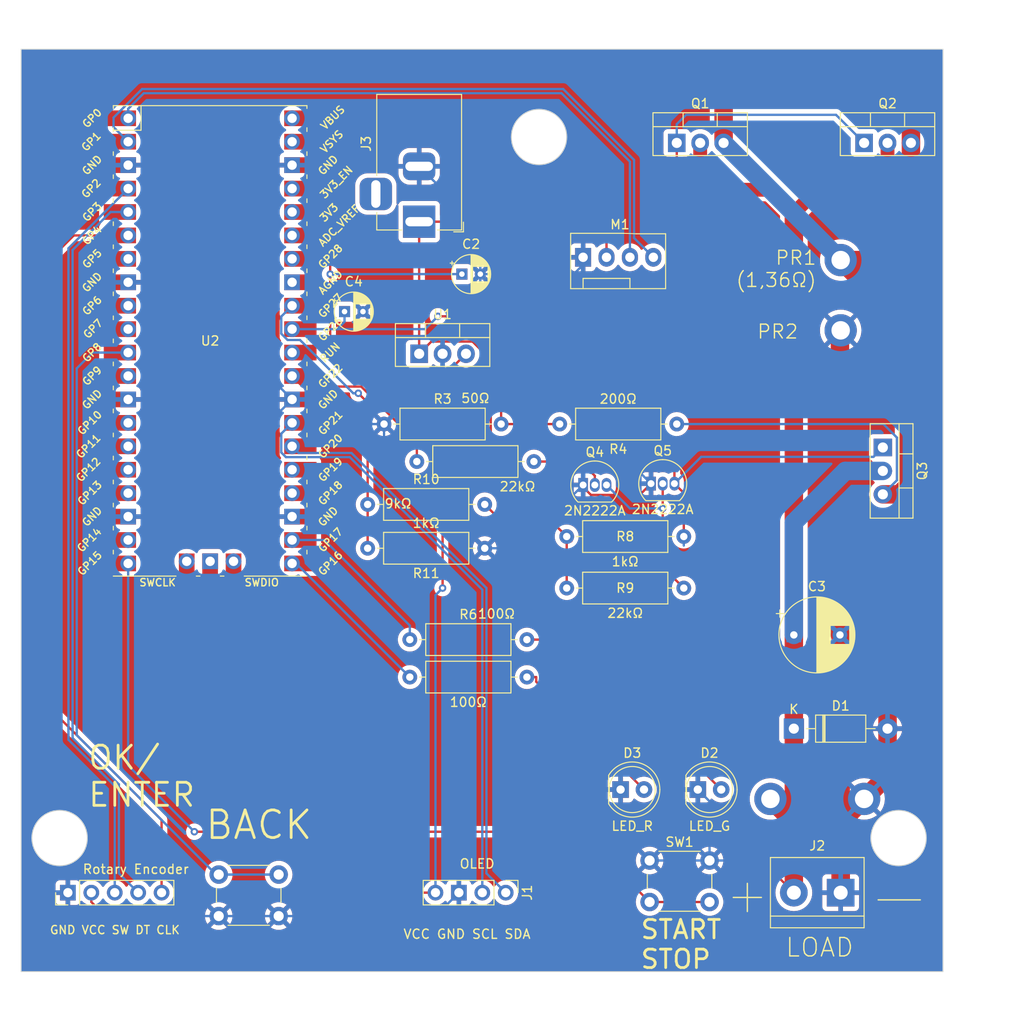
<source format=kicad_pcb>
(kicad_pcb (version 20221018) (generator pcbnew)
  (layers (0 "F.Cu" signal) (31 "B.Cu" signal) (34 "B.Paste" user) (35 "F.Paste" user) (36 "B.SilkS" user "B.Silkscreen") (37 "F.SilkS" user "F.Silkscreen") (38 "B.Mask" user) (39 "F.Mask" user) (44 "Edge.Cuts" user))
  (net 0 "")
  (net 1 "Net-(Q1-G)")
  (net 2 "Net-(J5-Pin_1)")
  (net 3 "Net-(D1-K)")
  (net 4 "GND")
  (net 5 "Net-(J1-Pin_1)")
  (net 6 "Net-(J1-Pin_2)")
  (net 7 "+5V")
  (net 8 "+12V")
  (net 9 "Net-(M1-Tacho)")
  (net 10 "Net-(M1-PWM)")
  (net 11 "Net-(U2-GPIO26_ADC0)")
  (net 12 "Net-(U2-GPIO8)")
  (net 21 "Net-(D2-A)")
  (net 22 "Net-(D3-A)")
  (net 23 "Net-(U2-GPIO16)")
  (net 27 "ADC1")
  (net 38 "Net-(J8-Pin_5)")
  (net 39 "Net-(J8-Pin_4)")
  (net 40 "Net-(J8-Pin_3)")
  (net 41 "Net-(U2-GPIO17)")
  (net 42 "Net-(U2-GPIO15)")
  (net 43 "Net-(Q4-B)")
  (net 44 "Net-(Q4-C)")
  (net 45 "Net-(U2-GPIO22)")
  (footprint "Resistor_THT:R_Axial_DIN0309_L9.0mm_D3.2mm_P12.70mm_Horizontal" (layer "F.Cu") (at 154.94 71.12 180)
    (fp_text reference "R4")
    (fp_text value "200Ω")
  )
  (footprint "Button_Switch_THT:SW_PUSH_6mm" (layer "F.Cu") (at 151.996 118.436)
    (fp_text reference "SW1")
    (fp_text value "ON OFF" hide)
  )
  (footprint "LED_THT:LED_D5.0mm" (layer "F.Cu") (at 148.844 110.744)
    (fp_text reference "D3")
    (fp_text value "LED_R")
  )
  (footprint "Resistor_THT:R_Axial_DIN0309_L9.0mm_D3.2mm_P12.70mm_Horizontal" (layer "F.Cu") (at 143.002 88.9)
    (fp_text reference "R9")
    (fp_text value "22kΩ")
  )
  (footprint "LED_THT:LED_D5.0mm" (layer "F.Cu") (at 157.221 110.744)
    (fp_text reference "D2")
    (fp_text value "LED_G")
  )
  (footprint "Resistor_THT:R_Axial_DIN0309_L9.0mm_D3.2mm_P12.70mm_Horizontal" (layer "F.Cu") (at 126.746 75.184)
    (fp_text reference "R7" hide)
    (fp_text value "22kΩ")
  )
  (footprint "Connector_Pin:Pin_D1.3mm_L11.0mm" (layer "F.Cu") (at 172.72 53.34)
    (fp_text reference "J5" hide)
    (fp_text value "Conn_01x01" hide)
  )
  (footprint "Resistor_THT:R_Axial_DIN0309_L9.0mm_D3.2mm_P12.70mm_Horizontal" (layer "F.Cu") (at 123.19 71.12)
    (fp_text reference "R3")
    (fp_text value "50Ω")
  )
  (footprint "Connector_Pin:Pin_D1.3mm_L11.0mm" (layer "F.Cu") (at 175.26 111.76)
    (fp_text reference "J4" hide)
    (fp_text value "Conn_01x01" hide)
  )
  (footprint "Resistor_THT:R_Axial_DIN0309_L9.0mm_D3.2mm_P12.70mm_Horizontal" (layer "F.Cu") (at 125.984 94.488)
    (fp_text reference "R6")
    (fp_text value "100Ω")
  )
  (footprint "Resistor_THT:R_Axial_DIN0309_L9.0mm_D3.2mm_P12.70mm_Horizontal" (layer "F.Cu") (at 121.412 79.832)
    (fp_text reference "R10")
    (fp_text value "9kΩ")
  )
  (footprint "Package_TO_SOT_THT:TO-220-3_Vertical" (layer "F.Cu") (at 177.292 73.66 -90)
    (fp_text reference "Q3")
    (fp_text value "IRFZ440N")
  )
  (footprint "Package_TO_SOT_THT:TO-220-3_Vertical" (layer "F.Cu") (at 154.94 40.64)
    (fp_text reference "Q1")
    (fp_text value "IRFZ440N")
  )
  (footprint "Connector_PinHeader_2.54mm:PinHeader_1x05_P2.54mm_Vertical" (layer "F.Cu") (at 88.9 121.92 90)
    (fp_text reference "J8" hide)
    (fp_text value "Rotary Encoder")
  )
  (footprint "MCU_RaspberryPi_and_Boards:RPi_Pico_SMD_TH" (layer "F.Cu") (at 104.325 62.1)
    (fp_text reference "U2")
    (fp_text value "Raspberry Pi Pico")
  )
  (footprint "Connector:FanPinHeader_1x04_P2.54mm_Vertical" (layer "F.Cu") (at 144.78 53.04)
    (fp_text reference "M1")
    (fp_text value "Fan")
  )
  (footprint "Connector_Pin:Pin_D1.3mm_L11.0mm" (layer "F.Cu") (at 165.1 111.76)
    (fp_text reference "J7" hide)
    (fp_text value "Conn_01x01" hide)
  )
  (footprint "Package_TO_SOT_THT:TO-92_Inline" (layer "F.Cu") (at 152.146 77.576)
    (fp_text reference "Q5")
    (fp_text value "2N2222A")
  )
  (footprint "Button_Switch_THT:SW_PUSH_6mm" (layer "F.Cu") (at 105.26 119.96)
    (fp_text reference "SW2" hide)
    (fp_text value "Back Button" hide)
  )
  (footprint "Connector_BarrelJack:BarrelJack_Horizontal" (layer "F.Cu") (at 127 49.18 -90)
    (fp_text reference "J3")
    (fp_text value "DC Barrel 9-14V")
  )
  (footprint "Capacitor_THT:CP_Radial_D8.0mm_P5.00mm" (layer "F.Cu") (at 167.64 93.98)
    (fp_text reference "C3")
    (fp_text value "1000µF")
  )
  (footprint "Capacitor_THT:CP_Radial_D4.0mm_P2.00mm" (layer "F.Cu") (at 118.904 58.928)
    (fp_text reference "C4")
    (fp_text value "10µF")
  )
  (footprint "Connector_PinHeader_2.54mm:PinHeader_1x04_P2.54mm_Vertical" (layer "F.Cu") (at 136.388 121.92 -90)
    (fp_text reference "J1")
    (fp_text value "Conn_01x04" hide)
  )
  (footprint "Resistor_THT:R_Axial_DIN0309_L9.0mm_D3.2mm_P12.70mm_Horizontal" (layer "F.Cu") (at 125.984 98.552)
    (fp_text reference "R5" hide)
    (fp_text value "100Ω")
  )
  (footprint "Connector_Pin:Pin_D1.3mm_L11.0mm" (layer "F.Cu") (at 172.72 60.96)
    (fp_text reference "J6" hide)
    (fp_text value "Conn_01x01" hide)
  )
  (footprint "Package_TO_SOT_THT:TO-220-3_Vertical" (layer "F.Cu") (at 175.26 40.64)
    (fp_text reference "Q2")
    (fp_text value "IRFZ440N")
  )
  (footprint "Diode_THT:D_DO-41_SOD81_P10.16mm_Horizontal" (layer "F.Cu") (at 167.64 104.14)
    (fp_text reference "D1")
    (fp_text value "1N4001")
  )
  (footprint "TerminalBlock:TerminalBlock_bornier-2_P5.08mm" (layer "F.Cu") (at 167.64 121.92)
    (fp_text reference "J2")
    (fp_text value "Screw_Terminal_01x02" hide)
  )
  (footprint "Capacitor_THT:CP_Radial_D4.0mm_P2.00mm" (layer "F.Cu") (at 131.632888 54.864)
    (fp_text reference "C2")
    (fp_text value "100µF")
  )
  (footprint "Resistor_THT:R_Axial_DIN0309_L9.0mm_D3.2mm_P12.70mm_Horizontal" (layer "F.Cu") (at 143.002 83.312)
    (fp_text reference "R8")
    (fp_text value "1kΩ")
  )
  (footprint "Resistor_THT:R_Axial_DIN0309_L9.0mm_D3.2mm_P12.70mm_Horizontal" (layer "F.Cu") (at 134.112 84.582 180)
    (fp_text reference "R11")
    (fp_text value "1kΩ")
  )
  (footprint "Package_TO_SOT_THT:TO-220-3_Vertical" (layer "F.Cu") (at 127 63.5)
    (fp_text reference "U1")
    (fp_text value "L7805")
  )
  (footprint "Package_TO_SOT_THT:TO-92_Inline" (layer "F.Cu") (at 144.78 77.724)
    (fp_text reference "Q4")
    (fp_text value "2N2222A")
  )
  (gr_circle (center 179 116) (end 182 116) (stroke (width 0.1)) (fill none) (layer "Edge.Cuts"))
  (gr_rect (start 83.82 30.48) (end 183.82 130.48) (stroke (width 0.1)) (fill none) (layer "Edge.Cuts"))
  (gr_circle (center 88 116) (end 91 116) (stroke (width 0.1)) (fill none) (layer "Edge.Cuts"))
  (gr_circle (center 140 40) (end 143 40) (stroke (width 0.1)) (fill none) (layer "Edge.Cuts"))
  (gr_text "LOAD" (at 166.624 129.032) (layer "F.SilkS") (effects (font (size 2 2)) (justify left bottom)))
  (gr_text "OLED" (at 131.308 119.38) (layer "F.SilkS") (effects (font (size 1 1)) (justify left bottom)))
  (gr_text "-" (at 175.26 125.73) (layer "F.SilkS") (effects (font (size 6 6)) (justify left bottom)))
  (gr_text "START\nSTOP" (at 150.876 130.302) (layer "F.SilkS") (effects (font (size 2 2) (thickness 0.3) bold) (justify left bottom)))
  (gr_text "GND VCC SW DT CLK\n" (at 86.868 126.492) (layer "F.SilkS") (effects (font (size 0.9 0.9)) (justify left bottom)))
  (gr_text "BACK" (at 103.632 116.332) (layer "F.SilkS") (effects (font (size 3 3) (thickness 0.3) bold) (justify left bottom)))
  (gr_text "PR2" (at 163.576 61.976) (layer "F.SilkS") (effects (font (size 1.5 1.5)) (justify left bottom)))
  (gr_text "PR1\n(1,36Ω)" (at 170.18 56.388) (layer "F.SilkS") (effects (font (size 1.5 1.5)) (justify right bottom)))
  (gr_text "OK/\nENTER" (at 90.932 112.776) (layer "F.SilkS") (effects (font (size 2.5 2.5) (thickness 0.3) bold) (justify left bottom)))
  (gr_text "VCC GND SCL SDA" (at 125.212 127) (layer "F.SilkS") (effects (font (size 1 1)) (justify left bottom)))
  (gr_text "+" (at 160.02 124.46) (layer "F.SilkS") (effects (font (size 4 4)) (justify left bottom)))
  (segment (start 155.702 78.592) (end 154.686 77.576) (width 0.25) (layer "F.Cu") (net 1))
  (segment (start 154.686 73.286) (end 148.61 67.21) (width 0.25) (layer "F.Cu") (net 1))
  (segment (start 154.94 48.26) (end 157.48 50.8) (width 0.25) (layer "F.Cu") (net 1))
  (segment (start 149.98 58.42) (end 148.61 59.79) (width 0.25) (layer "F.Cu") (net 1))
  (segment (start 148.61 67.21) (end 148.61 63.754) (width 0.25) (layer "F.Cu") (net 1))
  (segment (start 154.94 40.64) (end 154.94 48.26) (width 0.25) (layer "F.Cu") (net 1))
  (segment (start 148.61 59.79) (end 148.61 63.754) (width 0.25) (layer "F.Cu") (net 1))
  (segment (start 157.48 50.8) (end 157.48 55.88) (width 0.25) (layer "F.Cu") (net 1))
  (segment (start 157.48 55.88) (end 154.94 58.42) (width 0.25) (layer "F.Cu") (net 1))
  (segment (start 154.686 77.576) (end 154.686 73.286) (width 0.25) (layer "F.Cu") (net 1))
  (segment (start 154.94 58.42) (end 149.98 58.42) (width 0.25) (layer "F.Cu") (net 1))
  (segment (start 155.702 83.312) (end 155.702 78.592) (width 0.25) (layer "F.Cu") (net 1))
  (segment (start 154.94 38.608) (end 154.94 40.64) (width 0.25) (layer "B.Cu") (net 1))
  (segment (start 155.956 37.592) (end 154.94 38.608) (width 0.25) (layer "B.Cu") (net 1))
  (segment (start 176.276 74.676) (end 157.586 74.676) (width 0.25) (layer "B.Cu") (net 1))
  (segment (start 175.26 40.64) (end 172.212 37.592) (width 0.25) (layer "B.Cu") (net 1))
  (segment (start 155.702 84.292) (end 155.702 83.312) (width 0.25) (layer "B.Cu") (net 1))
  (segment (start 172.212 37.592) (end 155.956 37.592) (width 0.25) (layer "B.Cu") (net 1))
  (segment (start 177.292 73.66) (end 176.276 74.676) (width 0.25) (layer "B.Cu") (net 1))
  (segment (start 157.586 74.676) (end 154.686 77.576) (width 0.25) (layer "B.Cu") (net 1))
  (segment (start 180.34 50.8) (end 180.34 40.64) (width 2) (layer "F.Cu") (net 2))
  (segment (start 180.086 77.724) (end 179.07 78.74) (width 2) (layer "F.Cu") (net 2))
  (segment (start 172.72 53.34) (end 177.8 53.34) (width 2) (layer "F.Cu") (net 2))
  (segment (start 160.02 35.56) (end 160.02 40.64) (width 2) (layer "F.Cu") (net 2))
  (segment (start 177.8 53.34) (end 180.34 50.8) (width 2) (layer "F.Cu") (net 2))
  (segment (start 180.086 60.706) (end 180.086 77.724) (width 2) (layer "F.Cu") (net 2))
  (segment (start 180.34 35.56) (end 177.8 33.02) (width 2) (layer "F.Cu") (net 2))
  (segment (start 179.07 78.74) (end 177.292 78.74) (width 2) (layer "F.Cu") (net 2))
  (segment (start 162.56 33.02) (end 160.02 35.56) (width 2) (layer "F.Cu") (net 2))
  (segment (start 177.8 33.02) (end 162.56 33.02) (width 2) (layer "F.Cu") (net 2))
  (segment (start 180.34 40.64) (end 180.34 35.56) (width 2) (layer "F.Cu") (net 2))
  (segment (start 172.72 53.34) (end 180.086 60.706) (width 2) (layer "F.Cu") (net 2))
  (segment (start 178.816 77.216) (end 177.292 78.74) (width 0.25) (layer "B.Cu") (net 2))
  (segment (start 178.816 72.5815) (end 178.816 77.216) (width 0.25) (layer "B.Cu") (net 2))
  (segment (start 177.3545 71.12) (end 178.816 72.5815) (width 0.25) (layer "B.Cu") (net 2))
  (segment (start 154.94 71.12) (end 177.3545 71.12) (width 0.25) (layer "B.Cu") (net 2))
  (segment (start 160.02 40.64) (end 172.72 53.34) (width 2) (layer "B.Cu") (net 2))
  (segment (start 167.64 121.92) (end 161.798 116.078) (width 0.25) (layer "F.Cu") (net 3))
  (segment (start 158.365396 108.712) (end 140.716 91.062604) (width 0.25) (layer "F.Cu") (net 3))
  (segment (start 140.716 86.436) (end 134.112 79.832) (width 0.25) (layer "F.Cu") (net 3))
  (segment (start 161.798 110.236) (end 160.274 108.712) (width 0.25) (layer "F.Cu") (net 3))
  (segment (start 165.1 45.72) (end 160.02 45.72) (width 1.5) (layer "F.Cu") (net 3))
  (segment (start 160.02 45.72) (end 157.48 43.18) (width 1.5) (layer "F.Cu") (net 3))
  (segment (start 157.48 43.18) (end 157.48 40.64) (width 1.5) (layer "F.Cu") (net 3))
  (segment (start 167.64 104.14) (end 167.64 93.98) (width 2) (layer "F.Cu") (net 3))
  (segment (start 167.64 121.92) (end 167.64 116.84) (width 2) (layer "F.Cu") (net 3))
  (segment (start 170.18 45.72) (end 175.26 45.72) (width 1.5) (layer "F.Cu") (net 3))
  (segment (start 140.716 91.062604) (end 140.716 86.436) (width 0.25) (layer "F.Cu") (net 3))
  (segment (start 167.64 116.84) (end 167.64 104.14) (width 2) (layer "F.Cu") (net 3))
  (segment (start 175.26 45.72) (end 177.8 43.18) (width 1.5) (layer "F.Cu") (net 3))
  (segment (start 160.274 108.712) (end 158.365396 108.712) (width 0.25) (layer "F.Cu") (net 3))
  (segment (start 165.1 111.76) (end 167.64 114.3) (width 2) (layer "F.Cu") (net 3))
  (segment (start 167.64 48.26) (end 165.1 45.72) (width 1.5) (layer "F.Cu") (net 3))
  (segment (start 167.64 48.26) (end 170.18 45.72) (width 1.5) (layer "F.Cu") (net 3))
  (segment (start 161.798 116.078) (end 161.798 110.236) (width 0.25) (layer "F.Cu") (net 3))
  (segment (start 177.8 43.18) (end 177.8 40.64) (width 1.5) (layer "F.Cu") (net 3))
  (segment (start 167.64 114.3) (end 167.64 116.84) (width 0.25) (layer "F.Cu") (net 3))
  (segment (start 167.64 48.26) (end 167.64 93.98) (width 2) (layer "F.Cu") (net 3))
  (segment (start 167.64 93.98) (end 167.64 81.788) (width 2) (layer "B.Cu") (net 3))
  (segment (start 167.64 81.788) (end 173.228 76.2) (width 2) (layer "B.Cu") (net 3))
  (segment (start 173.228 76.2) (end 177.292 76.2) (width 2) (layer "B.Cu") (net 3))
  (segment (start 172.64 93.98) (end 172.64 61.04) (width 2) (layer "F.Cu") (net 4))
  (segment (start 172.72 121.92) (end 172.72 114.3) (width 2) (layer "F.Cu") (net 4))
  (segment (start 172.72 121.92) (end 172.72 94.06) (width 2) (layer "F.Cu") (net 4))
  (segment (start 172.72 94.06) (end 172.64 93.98) (width 0.25) (layer "F.Cu") (net 4))
  (segment (start 177.8 99.14) (end 172.64 93.98) (width 2) (layer "F.Cu") (net 4))
  (segment (start 177.8 109.22) (end 177.8 104.14) (width 2) (layer "F.Cu") (net 4))
  (segment (start 145.63 78.799) (end 150.923 78.799) (width 0.25) (layer "F.Cu") (net 4))
  (segment (start 150.923 78.799) (end 152.146 77.576) (width 0.25) (layer "F.Cu") (net 4))
  (segment (start 175.26 111.76) (end 177.8 109.22) (width 2) (layer "F.Cu") (net 4))
  (segment (start 177.8 104.14) (end 177.8 99.14) (width 2) (layer "F.Cu") (net 4))
  (segment (start 144.78 77.949) (end 145.63 78.799) (width 0.25) (layer "F.Cu") (net 4))
  (segment (start 172.72 114.3) (end 175.26 111.76) (width 2) (layer "F.Cu") (net 4))
  (segment (start 172.64 61.04) (end 172.72 60.96) (width 0.25) (layer "F.Cu") (net 4))
  (segment (start 144.78 77.724) (end 144.78 77.949) (width 0.25) (layer "F.Cu") (net 4))
  (segment (start 158.496 112.019) (end 157.221 110.744) (width 0.25) (layer "B.Cu") (net 4))
  (segment (start 95.435 55.75) (end 100.515 55.75) (width 0.25) (layer "B.Cu") (net 4))
  (segment (start 172.72 119.888) (end 172.72 121.92) (width 0.25) (layer "B.Cu") (net 4))
  (segment (start 88.9 123.444) (end 88.9 121.92) (width 0.25) (layer "B.Cu") (net 4))
  (segment (start 158.496 118.436) (end 171.268 118.436) (width 0.25) (layer "B.Cu") (net 4))
  (segment (start 129.54 64.77) (end 123.19 71.12) (width 0.25) (layer "B.Cu") (net 4))
  (segment (start 109.22 72.445) (end 113.215 68.45) (width 0.25) (layer "B.Cu") (net 4))
  (segment (start 95.435 81.15) (end 109.09 81.15) (width 0.25) (layer "B.Cu") (net 4))
  (segment (start 147.485 72.915) (end 152.146 77.576) (width 0.25) (layer "B.Cu") (net 4))
  (segment (start 105.26 124.46) (end 111.76 124.46) (width 0.25) (layer "B.Cu") (net 4))
  (segment (start 148.336 59.436) (end 147.485 60.287) (width 0.25) (layer "B.Cu") (net 4))
  (segment (start 129.54 60.96) (end 131.064 59.436) (width 0.25) (layer "B.Cu") (net 4))
  (segment (start 109.22 112.268) (end 121.412 124.46) (width 0.25) (layer "B.Cu") (net 4))
  (segment (start 113.215 68.45) (end 95.435 68.45) (width 0.25) (layer "B.Cu") (net 4))
  (segment (start 105.26 124.46) (end 89.916 124.46) (width 0.25) (layer "B.Cu") (net 4))
  (segment (start 109.22 81.28) (end 109.22 112.268) (width 0.25) (layer "B.Cu") (net 4))
  (segment (start 151.996 118.436) (end 148.844 115.284) (width 0.25) (layer "B.Cu") (net 4))
  (segment (start 149.86 64.516) (end 149.86 60.96) (width 0.25) (layer "B.Cu") (net 4))
  (segment (start 129.54 63.5) (end 129.54 64.77) (width 0.25) (layer "B.Cu") (net 4))
  (segment (start 121.92 71.12) (end 119.25 68.45) (width 0.25) (layer "B.Cu") (net 4))
  (segment (start 89.916 124.46) (end 88.9 123.444) (width 0.25) (layer "B.Cu") (net 4))
  (segment (start 134.112 84.582) (end 123.19 73.66) (width 0.25) (layer "B.Cu") (net 4))
  (segment (start 133.632888 49.812888) (end 127 43.18) (width 0.25) (layer "B.Cu") (net 4))
  (segment (start 149.86 64.516) (end 151.384 66.04) (width 0.25) (layer "B.Cu") (net 4))
  (segment (start 113.215 81.15) (end 109.35 81.15) (width 0.25) (layer "B.Cu") (net 4))
  (segment (start 158.496 118.436) (end 158.496 112.019) (width 0.25) (layer "B.Cu") (net 4))
  (segment (start 143.764 54.864) (end 144.78 55.88) (width 0.25) (layer "B.Cu") (net 4))
  (segment (start 113.215 68.45) (end 108.712 63.947) (width 0.25) (layer "B.Cu") (net 4))
  (segment (start 108.712 63.947) (end 108.712 43.05) (width 0.25) (layer "B.Cu") (net 4))
  (segment (start 109.09 81.15) (end 109.22 81.28) (width 0.25) (layer "B.Cu") (net 4))
  (segment (start 133.632888 56.867112) (end 133.632888 54.864) (width 0.25) (layer "B.Cu") (net 4))
  (segment (start 143.764 54.864) (end 144.78 53.848) (width 0.25) (layer "B.Cu") (net 4))
  (segment (start 121.412 124.46) (end 111.76 124.46) (width 0.25) (layer "B.Cu") (net 4))
  (segment (start 167.64 66.04) (end 151.384 66.04) (width 0.25) (layer "B.Cu") (net 4))
  (segment (start 123.19 71.12) (end 121.92 71.12) (width 0.25) (layer "B.Cu") (net 4))
  (segment (start 121.412 124.46) (end 128.768 124.46) (width 0.25) (layer "B.Cu") (net 4))
  (segment (start 109.22 78.74) (end 109.22 72.445) (width 0.25) (layer "B.Cu") (net 4))
  (segment (start 133.632888 54.864) (end 133.632888 49.812888) (width 0.25) (layer "B.Cu") (net 4))
  (segment (start 144.78 53.848) (end 144.78 53.04) (width 0.25) (layer "B.Cu") (net 4))
  (segment (start 147.485 60.287) (end 147.485 72.915) (width 0.25) (layer "B.Cu") (net 4))
  (segment (start 144.78 55.88) (end 144.78 53.04) (width 0.25) (layer "B.Cu") (net 4))
  (segment (start 131.191 59.309) (end 133.632888 56.867112) (width 0.25) (layer "B.Cu") (net 4))
  (segment (start 149.86 60.96) (end 148.336 59.436) (width 0.25) (layer "B.Cu") (net 4))
  (segment (start 133.632888 54.864) (end 143.764 54.864) (width 0.25) (layer "B.Cu") (net 4))
  (segment (start 108.712 43.05) (end 113.215 43.05) (width 0.25) (layer "B.Cu") (net 4))
  (segment (start 129.956 58.328) (end 131.064 59.436) (width 0.25) (layer "B.Cu") (net 4))
  (segment (start 171.268 118.436) (end 172.72 119.888) (width 0.25) (layer "B.Cu") (net 4))
  (segment (start 100.515 55.75) (end 108.712 63.947) (width 0.25) (layer "B.Cu") (net 4))
  (segment (start 109.22 81.28) (end 109.22 78.74) (width 0.25) (layer "B.Cu") (net 4))
  (segment (start 151.996 118.436) (end 158.496 118.436) (width 0.25) (layer "B.Cu") (net 4))
  (segment (start 123.19 73.66) (end 123.19 71.12) (width 0.25) (layer "B.Cu") (net 4))
  (segment (start 121.504 58.328) (end 129.956 58.328) (width 0.25) (layer "B.Cu") (net 4))
  (segment (start 128.768 124.46) (end 131.308 121.92) (width 0.25) (layer "B.Cu") (net 4))
  (segment (start 109.35 81.15) (end 109.22 81.28) (width 0.25) (layer "B.Cu") (net 4))
  (segment (start 172.72 60.96) (end 167.64 66.04) (width 0.25) (layer "B.Cu") (net 4))
  (segment (start 148.844 115.284) (end 148.844 110.236) (width 0.25) (layer "B.Cu") (net 4))
  (segment (start 131.064 59.436) (end 131.191 59.309) (width 0.25) (layer "B.Cu") (net 4))
  (segment (start 95.435 43.05) (end 108.712 43.05) (width 0.25) (layer "B.Cu") (net 4))
  (segment (start 134.112 84.582) (end 137.922 84.582) (width 0.25) (layer "B.Cu") (net 4))
  (segment (start 119.25 68.45) (end 113.215 68.45) (width 0.25) (layer "B.Cu") (net 4))
  (segment (start 137.922 84.582) (end 144.78 77.724) (width 0.25) (layer "B.Cu") (net 4))
  (segment (start 129.54 63.5) (end 129.54 60.96) (width 0.25) (layer "B.Cu") (net 4))
  (segment (start 148.336 59.436) (end 144.78 55.88) (width 0.25) (layer "B.Cu") (net 4))
  (segment (start 120.904 58.928) (end 121.504 58.328) (width 0.25) (layer "B.Cu") (net 4))
  (segment (start 134.298 119.83) (end 134.298 88.896604) (width 0.25) (layer "B.Cu") (net 5))
  (segment (start 119.656396 74.255) (end 113.94 74.255) (width 0.25) (layer "B.Cu") (net 5))
  (segment (start 134.298 88.896604) (end 119.656396 74.255) (width 0.25) (layer "B.Cu") (net 5))
  (segment (start 136.388 121.92) (end 134.298 119.83) (width 0.25) (layer "B.Cu") (net 5))
  (segment (start 113.94 74.255) (end 113.215 73.53) (width 0.25) (layer "B.Cu") (net 5))
  (segment (start 112.04 74.194) (end 112.04 72.165) (width 0.25) (layer "B.Cu") (net 6))
  (segment (start 133.848 121.92) (end 133.848 89.083) (width 0.25) (layer "B.Cu") (net 6))
  (segment (start 133.848 89.083) (end 119.47 74.705) (width 0.25) (layer "B.Cu") (net 6))
  (segment (start 113.215 71.051) (end 113.215 70.99) (width 0.25) (layer "B.Cu") (net 6))
  (segment (start 112.04 72.165) (end 113.215 70.99) (width 0.25) (layer "B.Cu") (net 6))
  (segment (start 119.47 74.705) (end 112.551 74.705) (width 0.25) (layer "B.Cu") (net 6))
  (segment (start 112.551 74.705) (end 112.04 74.194) (width 0.25) (layer "B.Cu") (net 6))
  (segment (start 102.616 123.444) (end 104.14 121.92) (width 0.25) (layer "F.Cu") (net 7))
  (segment (start 117.348 64.008) (end 117.348 38.608) (width 0.25) (layer "F.Cu") (net 7))
  (segment (start 91.44 122.936) (end 91.948 123.444) (width 0.25) (layer "F.Cu") (net 7))
  (segment (start 129.54 66.04) (end 119.38 66.04) (width 0.25) (layer "F.Cu") (net 7))
  (segment (start 128.768 121.92) (end 104.14 121.92) (width 0.25) (layer "F.Cu") (net 7))
  (segment (start 116.71 37.97) (end 113.215 37.97) (width 0.25) (layer "F.Cu") (net 7))
  (segment (start 91.948 123.444) (end 102.616 123.444) (width 0.25) (layer "F.Cu") (net 7))
  (segment (start 132.08 63.5) (end 129.54 66.04) (width 0.25) (layer "F.Cu") (net 7))
  (segment (start 91.44 121.92) (end 91.44 122.936) (width 0.25) (layer "F.Cu") (net 7))
  (segment (start 129.54 88.9) (end 129.54 66.04) (width 0.25) (layer "F.Cu") (net 7))
  (segment (start 117.348 38.608) (end 116.71 37.97) (width 0.25) (layer "F.Cu") (net 7))
  (segment (start 119.38 66.04) (end 117.348 64.008) (width 0.25) (layer "F.Cu") (net 7))
  (via (at 117.348 54.864) (size 0.8) (drill 0.4) (layers "F.Cu" "B.Cu") (net 7))
  (via (at 129.54 88.9) (size 0.8) (drill 0.4) (layers "F.Cu" "B.Cu") (net 7))
  (segment (start 131.632888 54.864) (end 117.348 54.864) (width 0.25) (layer "B.Cu") (net 7))
  (segment (start 128.768 89.672) (end 128.768 121.92) (width 0.25) (layer "B.Cu") (net 7))
  (segment (start 129.54 88.9) (end 128.768 89.672) (width 0.25) (layer "B.Cu") (net 7))
  (segment (start 143.51 83.82) (end 143.002 83.312) (width 0.25) (layer "F.Cu") (net 8))
  (segment (start 143.002 83.312) (end 143.002 88.9) (width 0.25) (layer "F.Cu") (net 8))
  (segment (start 134.765 64.153) (end 132.787 62.175) (width 0.25) (layer "F.Cu") (net 8))
  (segment (start 143.002 83.312) (end 134.765 75.075) (width 0.25) (layer "F.Cu") (net 8))
  (segment (start 147.32 53.04) (end 147.32 50.8) (width 0.25) (layer "F.Cu") (net 8))
  (segment (start 127 49.18) (end 127 63.5) (width 0.25) (layer "F.Cu") (net 8))
  (segment (start 147.32 50.8) (end 145.7 49.18) (width 0.25) (layer "F.Cu") (net 8))
  (segment (start 145.7 49.18) (end 127 49.18) (width 0.25) (layer "F.Cu") (net 8))
  (segment (start 134.765 75.075) (end 134.765 64.153) (width 0.25) (layer "F.Cu") (net 8))
  (segment (start 132.787 62.175) (end 128.325 62.175) (width 0.25) (layer "F.Cu") (net 8))
  (segment (start 128.325 62.175) (end 127 63.5) (width 0.25) (layer "F.Cu") (net 8))
  (segment (start 95.435 36.944695) (end 95.435 37.97) (width 0.25) (layer "B.Cu") (net 9))
  (segment (start 149.86 42.672) (end 142.436 35.248) (width 0.25) (layer "B.Cu") (net 9))
  (segment (start 142.436 35.248) (end 97.131695 35.248) (width 0.25) (layer "B.Cu") (net 9))
  (segment (start 97.131695 35.248) (end 95.435 36.944695) (width 0.25) (layer "B.Cu") (net 9))
  (segment (start 149.86 53.04) (end 149.86 42.672) (width 0.25) (layer "B.Cu") (net 9))
  (segment (start 93.853 37.890299) (end 93.853 38.928) (width 0.25) (layer "B.Cu") (net 10))
  (segment (start 142.622396 34.798) (end 96.945299 34.798) (width 0.25) (layer "B.Cu") (net 10))
  (segment (start 150.31 50.95) (end 150.31 42.485604) (width 0.25) (layer "B.Cu") (net 10))
  (segment (start 150.31 42.485604) (end 142.622396 34.798) (width 0.25) (layer "B.Cu") (net 10))
  (segment (start 96.945299 34.798) (end 93.853 37.890299) (width 0.25) (layer "B.Cu") (net 10))
  (segment (start 152.4 53.04) (end 150.31 50.95) (width 0.25) (layer "B.Cu") (net 10))
  (segment (start 93.853 38.928) (end 95.435 40.51) (width 0.25) (layer "B.Cu") (net 10))
  (segment (start 131.572 59.436) (end 135.89 63.754) (width 0.25) (layer "F.Cu") (net 11))
  (segment (start 135.89 71.12) (end 142.24 71.12) (width 0.25) (layer "F.Cu") (net 11))
  (segment (start 129.032 59.436) (end 131.572 59.436) (width 0.25) (layer "F.Cu") (net 11))
  (segment (start 135.89 63.754) (end 135.89 71.12) (width 0.25) (layer "F.Cu") (net 11))
  (via (at 129.032 59.436) (size 0.8) (drill 0.4) (layers "F.Cu" "B.Cu") (net 11))
  (segment (start 122.174 60.83) (end 118.11 60.83) (width 0.25) (layer "B.Cu") (net 11))
  (segment (start 127.638 60.83) (end 122.174 60.83) (width 0.25) (layer "B.Cu") (net 11))
  (segment (start 118.904 60.036) (end 118.11 60.83) (width 0.25) (layer "B.Cu") (net 11))
  (segment (start 118.11 60.83) (end 113.215 60.83) (width 0.25) (layer "B.Cu") (net 11))
  (segment (start 118.904 58.928) (end 118.904 60.036) (width 0.25) (layer "B.Cu") (net 11))
  (segment (start 129.032 59.436) (end 127.638 60.83) (width 0.25) (layer "B.Cu") (net 11))
  (segment (start 89.858 104.844) (end 104.974 119.96) (width 0.25) (layer "B.Cu") (net 12))
  (segment (start 105.26 119.96) (end 111.76 119.96) (width 0.25) (layer "B.Cu") (net 12))
  (segment (start 95.435 63.37) (end 91.57 63.37) (width 0.25) (layer "B.Cu") (net 12))
  (segment (start 89.858 65.082) (end 89.858 104.844) (width 0.25) (layer "B.Cu") (net 12))
  (segment (start 104.974 119.96) (end 105.26 119.96) (width 0.25) (layer "B.Cu") (net 12))
  (segment (start 91.57 63.37) (end 89.858 65.082) (width 0.25) (layer "B.Cu") (net 12))
  (segment (start 143.505 94.488) (end 159.761 110.744) (width 0.25) (layer "F.Cu") (net 21))
  (segment (start 138.684 94.488) (end 143.505 94.488) (width 0.25) (layer "F.Cu") (net 21))
  (segment (start 139.7 99.06) (end 151.384 110.744) (width 0.25) (layer "F.Cu") (net 22))
  (segment (start 139.7 98.552) (end 139.7 99.06) (width 0.25) (layer "F.Cu") (net 22))
  (segment (start 139.7 98.552) (end 138.684 98.552) (width 0.25) (layer "F.Cu") (net 22))
  (segment (start 113.662 86.23) (end 113.215 86.23) (width 0.25) (layer "B.Cu") (net 23))
  (segment (start 125.984 98.552) (end 113.662 86.23) (width 0.25) (layer "B.Cu") (net 23))
  (segment (start 121.412 79.832) (end 121.412 84.582) (width 0.25) (layer "F.Cu") (net 27))
  (segment (start 120.396 67.7805) (end 121.412 68.7965) (width 0.25) (layer "F.Cu") (net 27))
  (segment (start 121.412 68.7965) (end 121.412 79.832) (width 0.25) (layer "F.Cu") (net 27))
  (via (at 120.396 67.7805) (size 0.8) (drill 0.4) (layers "F.Cu" "B.Cu") (net 27))
  (segment (start 112.04 59.465) (end 113.215 58.29) (width 0.25) (layer "B.Cu") (net 27))
  (segment (start 120.396 67.7805) (end 119.8505 67.7805) (width 0.25) (layer "B.Cu") (net 27))
  (segment (start 114.075 62.005) (end 112.728299 62.005) (width 0.25) (layer "B.Cu") (net 27))
  (segment (start 112.04 61.316701) (end 112.04 59.465) (width 0.25) (layer "B.Cu") (net 27))
  (segment (start 119.8505 67.7805) (end 114.075 62.005) (width 0.25) (layer "B.Cu") (net 27))
  (segment (start 112.728299 62.005) (end 112.04 61.316701) (width 0.25) (layer "B.Cu") (net 27))
  (segment (start 87.376 102.362) (end 87.376 52.832) (width 0.25) (layer "F.Cu") (net 38))
  (segment (start 89.538 50.67) (end 95.435 50.67) (width 0.25) (layer "F.Cu") (net 38))
  (segment (start 87.376 52.832) (end 89.538 50.67) (width 0.25) (layer "F.Cu") (net 38))
  (segment (start 99.06 121.92) (end 99.06 114.046) (width 0.25) (layer "F.Cu") (net 38))
  (segment (start 99.06 114.046) (end 87.376 102.362) (width 0.25) (layer "F.Cu") (net 38))
  (segment (start 89.408 52.253396) (end 93.531396 48.13) (width 0.25) (layer "B.Cu") (net 39))
  (segment (start 89.408 105.156) (end 89.408 52.253396) (width 0.25) (layer "B.Cu") (net 39))
  (segment (start 94.43 110.178) (end 89.408 105.156) (width 0.25) (layer "B.Cu") (net 39))
  (segment (start 94.43 119.83) (end 94.43 110.178) (width 0.25) (layer "B.Cu") (net 39))
  (segment (start 96.52 121.92) (end 94.43 119.83) (width 0.25) (layer "B.Cu") (net 39))
  (segment (start 93.531396 48.13) (end 95.435 48.13) (width 0.25) (layer "B.Cu") (net 39))
  (segment (start 88.958 105.342396) (end 88.958 52.067) (width 0.25) (layer "B.Cu") (net 40))
  (segment (start 93.98 121.92) (end 93.98 110.364396) (width 0.25) (layer "B.Cu") (net 40))
  (segment (start 88.958 52.067) (end 95.435 45.59) (width 0.25) (layer "B.Cu") (net 40))
  (segment (start 93.98 110.364396) (end 88.958 105.342396) (width 0.25) (layer "B.Cu") (net 40))
  (segment (start 125.984 92.964) (end 125.984 94.488) (width 0.25) (layer "B.Cu") (net 41))
  (segment (start 116.71 83.69) (end 125.984 92.964) (width 0.25) (layer "B.Cu") (net 41))
  (segment (start 113.215 83.69) (end 116.71 83.69) (width 0.25) (layer "B.Cu") (net 41))
  (segment (start 102.616 115.316) (end 144.376 115.316) (width 0.25) (layer "F.Cu") (net 42))
  (segment (start 144.376 115.316) (end 151.996 122.936) (width 0.25) (layer "F.Cu") (net 42))
  (segment (start 151.996 122.936) (end 158.496 122.936) (width 0.25) (layer "F.Cu") (net 42))
  (via (at 102.616 115.316) (size 0.8) (drill 0.4) (layers "F.Cu" "B.Cu") (net 42))
  (segment (start 95.435 108.135) (end 102.616 115.316) (width 0.25) (layer "B.Cu") (net 42))
  (segment (start 95.435 86.23) (end 95.435 108.135) (width 0.25) (layer "B.Cu") (net 42))
  (segment (start 146.05 76.724) (end 146.05 77.724) (width 0.25) (layer "F.Cu") (net 43))
  (segment (start 139.446 75.184) (end 144.51 75.184) (width 0.25) (layer "F.Cu") (net 43))
  (segment (start 144.51 75.184) (end 146.05 76.724) (width 0.25) (layer "F.Cu") (net 43))
  (segment (start 153.416 86.614) (end 155.702 88.9) (width 0.25) (layer "F.Cu") (net 44))
  (segment (start 153.416 77.576) (end 153.416 86.614) (width 0.25) (layer "F.Cu") (net 44))
  (via (at 153.416 80.264) (size 0.8) (drill 0.4) (layers "F.Cu" "B.Cu") (net 44))
  (segment (start 149.86 80.264) (end 153.416 80.264) (width 0.25) (layer "B.Cu") (net 44))
  (segment (start 147.32 77.724) (end 149.86 80.264) (width 0.25) (layer "B.Cu") (net 44))
  (segment (start 114.361 67.056) (end 113.215 65.91) (width 0.25) (layer "F.Cu") (net 45))
  (segment (start 120.716991 67.056) (end 114.361 67.056) (width 0.25) (layer "F.Cu") (net 45))
  (segment (start 126.746 75.184) (end 126.746 73.085009) (width 0.25) (layer "F.Cu") (net 45))
  (segment (start 126.746 73.085009) (end 120.716991 67.056) (width 0.25) (layer "F.Cu") (net 45))
  (zone (net 4) (net_name "GND") (layers "F&B.Cu") (connect_pads (clearance 0.5)) (min_thickness 0.25) (fill yes (thermal_gap 0.5) (thermal_bridge_width 0.5))
    (polygon (pts (xy 90.678 25.908) (xy 81.534 27.178) (xy 82.296 136.144) (xy 192.024 134.874) (xy 192.278 25.146) (xy 90.424 25.908)))
  )
)
</source>
